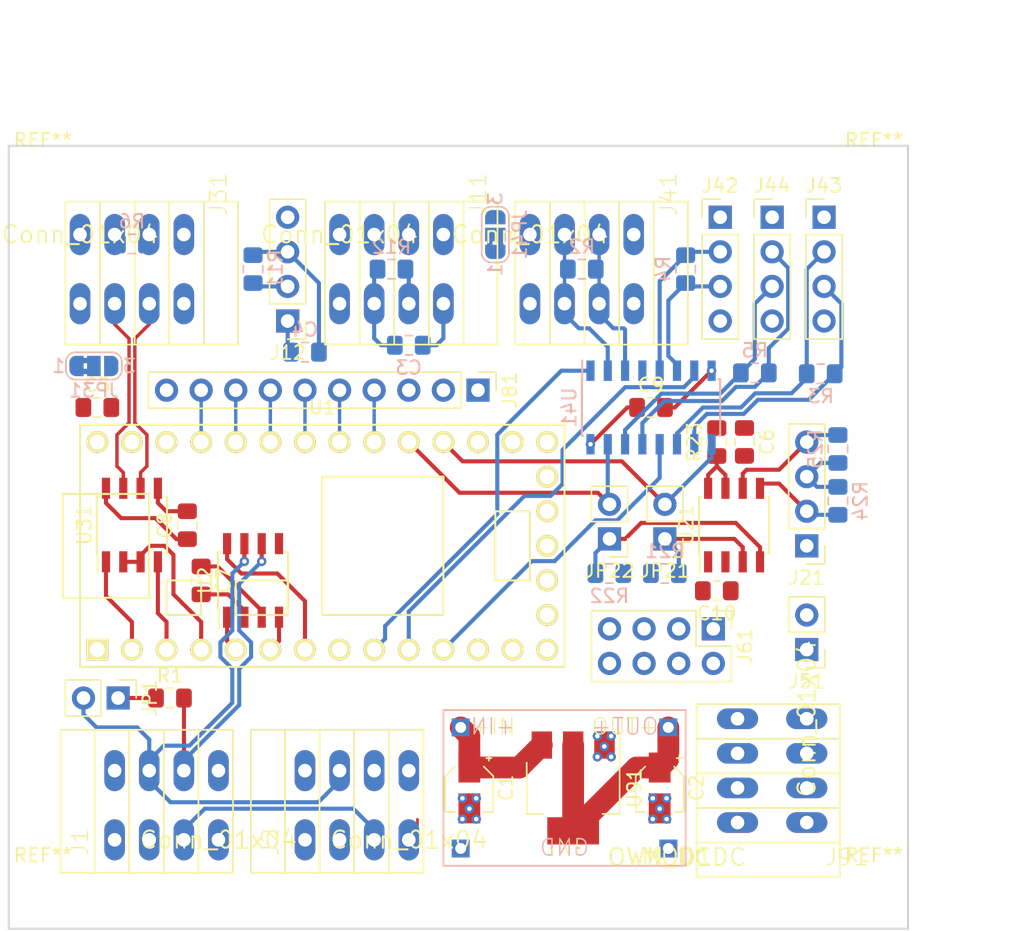
<source format=kicad_pcb>
(kicad_pcb (version 20171130) (host pcbnew 5.0.0)
  (layers (0 F.Cu signal) (1 In1.Cu signal hide) (2 In2.Cu signal) (31 B.Cu signal) (34 B.Paste user) (35 F.Paste user) (36 B.SilkS user) (37 F.SilkS user) (38 B.Mask user) (39 F.Mask user) (44 Edge.Cuts user))
  (net 0 "")
  (net 1 GND)
  (net 2 +12V)
  (net 3 +5V)
  (net 4 +3V3)
  (net 5 "Net-(J12-Pad2)")
  (net 6 "Net-(J31-Pad4)")
  (net 7 "Net-(J41-Pad4)")
  (net 8 "Net-(J51-Pad2)")
  (net 9 "Net-(J61-Pad4)")
  (net 10 "Net-(J61-Pad6)")
  (net 11 "Net-(J61-Pad7)")
  (net 12 "Net-(J61-Pad8)")
  (net 13 /6)
  (net 14 /10)
  (net 15 /16)
  (net 16 /17)
  (net 17 /20)
  (net 18 /21)
  (net 19 /22)
  (net 20 /23)
  (net 21 "Net-(JP1-Pad1)")
  (net 22 "Net-(JP21-Pad1)")
  (net 23 "Net-(R23-Pad1)")
  (net 24 "Net-(U1-Pad18)")
  (net 25 "Net-(U1-Pad15)")
  (net 26 "Net-(U1-Pad32)")
  (net 27 "Net-(U1-Pad7)")
  (net 28 "Net-(U1-Pad6)")
  (net 29 "Net-(U1-Pad5)")
  (net 30 "Net-(U2-Pad5)")
  (net 31 /CAN-)
  (net 32 /CAN+)
  (net 33 /OW14)
  (net 34 /SDA)
  (net 35 /SCL)
  (net 36 /D1+)
  (net 37 /D1-)
  (net 38 /D2+)
  (net 39 /D3+)
  (net 40 /D4+)
  (net 41 /SCL0_16)
  (net 42 /DI1_7)
  (net 43 /RX1)
  (net 44 /TX2)
  (net 45 /UA1+)
  (net 46 /UA1-)
  (net 47 /EN34_9)
  (net 48 /DI2_8)
  (net 49 /UA3EN_2)
  (net 50 /D4-)
  (net 51 /D2-)
  (net 52 /D3-)
  (net 53 "Net-(JP22-Pad1)")
  (module MountingHole:MountingHole_2.2mm_M2_DIN965 (layer F.Cu) (at 72.835 91.66)
    (fp_text reference REF** (at 0 -2.9) (layer F.SilkS))
    (fp_text value MountingHole_2.2mm_M2_DIN965)
    (pad 1 np_thru_hole circle (at 0 0) (size 2.2 2.2) (drill 2.2) (layers *.Cu *.Mask))
  )
  (module MountingHole:MountingHole_2.2mm_M2_DIN965 (layer F.Cu) (at 133.835 39.16)
    (fp_text reference REF** (at 0 -2.9) (layer F.SilkS))
    (fp_text value MountingHole_2.2mm_M2_DIN965)
    (pad 1 np_thru_hole circle (at 0 0) (size 2.2 2.2) (drill 2.2) (layers *.Cu *.Mask))
  )
  (module MountingHole:MountingHole_2.2mm_M2_DIN965 (layer F.Cu) (at 133.835 91.66)
    (fp_text reference REF** (at 0 -2.9) (layer F.SilkS))
    (fp_text value MountingHole_2.2mm_M2_DIN965)
    (pad 1 np_thru_hole circle (at 0 0) (size 2.2 2.2) (drill 2.2) (layers *.Cu *.Mask))
  )
  (module Connector_PinHeader_2.54mm:PinHeader_1x04_P2.54mm_Vertical (layer F.Cu) (at 90.805 49.53 180)
    (fp_text reference J12 (at 0 -2.33 180) (layer F.SilkS))
    (fp_text value Conn_01x04)
    (pad 1 thru_hole rect (at 0 0 180) (size 1.7 1.7) (drill 1) (layers *.Cu *.Mask) (net 1 GND))
    (pad 2 thru_hole oval (at 0 2.54 180) (size 1.7 1.7) (drill 1) (layers *.Cu *.Mask) (net 5 "Net-(J12-Pad2)"))
    (pad 3 thru_hole oval (at 0 5.08 180) (size 1.7 1.7) (drill 1) (layers *.Cu *.Mask) (net 3 +5V))
    (pad 4 thru_hole oval (at 0 7.62 180) (size 1.7 1.7) (drill 1) (layers *.Cu *.Mask) (net 2 +12V))
  )
  (module Connector_PinHeader_2.54mm:PinHeader_1x04_P2.54mm_Vertical (layer F.Cu) (at 122.555 41.91)
    (fp_text reference J42 (at 0 -2.33) (layer F.SilkS))
    (fp_text value Conn_01x04)
    (pad 4 thru_hole oval (at 0 7.62) (size 1.7 1.7) (drill 1) (layers *.Cu *.Mask) (net 3 +5V))
    (pad 3 thru_hole oval (at 0 5.08) (size 1.7 1.7) (drill 1) (layers *.Cu *.Mask) (net 38 /D2+))
    (pad 2 thru_hole oval (at 0 2.54) (size 1.7 1.7) (drill 1) (layers *.Cu *.Mask) (net 51 /D2-))
    (pad 1 thru_hole rect (at 0 0) (size 1.7 1.7) (drill 1) (layers *.Cu *.Mask) (net 1 GND))
  )
  (module Resistor_SMD:R_0805_2012Metric_Pad1.15x1.40mm_HandSolder (layer B.Cu) (at 129.93 53.4035)
    (fp_text reference R3 (at 0 1.65) (layer B.SilkS) (effects (justify mirror)))
    (fp_text value 120)
    (pad 1 smd roundrect (at -1.025 0) (size 1.15 1.4) (layers B.Cu B.Paste B.Mask) (roundrect_rratio 0.217391) (net 52 /D3-))
    (pad 2 smd roundrect (at 1.025 0) (size 1.15 1.4) (layers B.Cu B.Paste B.Mask) (roundrect_rratio 0.217391) (net 39 /D3+))
  )
  (module Resistor_SMD:R_0805_2012Metric_Pad1.15x1.40mm_HandSolder (layer B.Cu) (at 120.015 45.72 270)
    (fp_text reference R4 (at 0 1.65 270) (layer B.SilkS) (effects (justify mirror)))
    (fp_text value 120)
    (pad 2 smd roundrect (at 1.025 0 270) (size 1.15 1.4) (layers B.Cu B.Paste B.Mask) (roundrect_rratio 0.217391) (net 38 /D2+))
    (pad 1 smd roundrect (at -1.025 0 270) (size 1.15 1.4) (layers B.Cu B.Paste B.Mask) (roundrect_rratio 0.217391) (net 51 /D2-))
  )
  (module CANNode:OWN_KF141V-P4_simple (layer F.Cu) (at 85.725 87.63)
    (fp_text reference J1 (at -10.16 1.27 90) (layer F.SilkS) (effects (font (size 1.2065 1.2065) (thickness 0.1016)) (justify left)))
    (fp_text value Conn_01x04 (at 0 0) (layer F.SilkS) (effects (font (size 1.27 1.27))))
    (pad 1 thru_hole oval (at -7.62 0 90) (size 3.016 1.508) (drill 1) (layers *.Cu *.Mask) (net 1 GND))
    (pad 2 thru_hole oval (at -5.08 0 90) (size 3.016 1.508) (drill 1) (layers *.Cu *.Mask) (net 32 /CAN+))
    (pad 3 thru_hole oval (at -2.54 0 90) (size 3.016 1.508) (drill 1) (layers *.Cu *.Mask) (net 31 /CAN-))
    (pad 4 thru_hole oval (at 0 0 90) (size 3.016 1.508) (drill 1) (layers *.Cu *.Mask) (net 2 +12V))
    (pad 1 thru_hole oval (at -7.62 -5.08 90) (size 3.016 1.508) (drill 1) (layers *.Cu *.Mask) (net 1 GND))
    (pad 2 thru_hole oval (at -5.08 -5.08 90) (size 3.016 1.508) (drill 1) (layers *.Cu *.Mask) (net 32 /CAN+))
    (pad 3 thru_hole oval (at -2.54 -5.08 90) (size 3.016 1.508) (drill 1) (layers *.Cu *.Mask) (net 31 /CAN-))
    (pad 4 thru_hole oval (at 0 -5.08 90) (size 3.016 1.508) (drill 1) (layers *.Cu *.Mask) (net 2 +12V))
  )
  (module Capacitor_SMD:C_0805_2012Metric_Pad1.15x1.40mm_HandSolder (layer B.Cu) (at 99.695 51.308)
    (fp_text reference C3 (at 0 1.65) (layer B.SilkS) (effects (justify mirror)))
    (fp_text value C)
    (pad 1 smd roundrect (at -1.025 0) (size 1.15 1.4) (layers B.Cu B.Paste B.Mask) (roundrect_rratio 0.217391) (net 3 +5V))
    (pad 2 smd roundrect (at 1.025 0) (size 1.15 1.4) (layers B.Cu B.Paste B.Mask) (roundrect_rratio 0.217391) (net 1 GND))
  )
  (module Capacitor_SMD:C_0805_2012Metric_Pad1.15x1.40mm_HandSolder (layer B.Cu) (at 92.075 51.816 180)
    (fp_text reference C4 (at 0 1.65 180) (layer B.SilkS) (effects (justify mirror)))
    (fp_text value C)
    (pad 2 smd roundrect (at 1.025 0 180) (size 1.15 1.4) (layers B.Cu B.Paste B.Mask) (roundrect_rratio 0.217391) (net 1 GND))
    (pad 1 smd roundrect (at -1.025 0 180) (size 1.15 1.4) (layers B.Cu B.Paste B.Mask) (roundrect_rratio 0.217391) (net 3 +5V))
  )
  (module Capacitor_SMD:C_0805_2012Metric_Pad1.15x1.40mm_HandSolder (layer F.Cu) (at 76.835 55.88)
    (fp_text reference C5 (at 0 -1.65) (layer F.SilkS))
    (fp_text value C)
    (pad 1 smd roundrect (at -1.025 0) (size 1.15 1.4) (layers F.Cu F.Paste F.Mask) (roundrect_rratio 0.217391) (net 3 +5V))
    (pad 2 smd roundrect (at 1.025 0) (size 1.15 1.4) (layers F.Cu F.Paste F.Mask) (roundrect_rratio 0.217391) (net 1 GND))
  )
  (module Capacitor_SMD:C_0805_2012Metric_Pad1.15x1.40mm_HandSolder (layer F.Cu) (at 124.333 58.411 270)
    (fp_text reference C6 (at 0 -1.65 270) (layer F.SilkS))
    (fp_text value C)
    (pad 2 smd roundrect (at 1.025 0 270) (size 1.15 1.4) (layers F.Cu F.Paste F.Mask) (roundrect_rratio 0.217391) (net 1 GND))
    (pad 1 smd roundrect (at -1.025 0 270) (size 1.15 1.4) (layers F.Cu F.Paste F.Mask) (roundrect_rratio 0.217391) (net 3 +5V))
  )
  (module Capacitor_SMD:C_0805_2012Metric_Pad1.15x1.40mm_HandSolder (layer F.Cu) (at 84.455 68.58 270)
    (fp_text reference C7 (at 0 -1.65 270) (layer F.SilkS))
    (fp_text value C)
    (pad 1 smd roundrect (at -1.025 0 270) (size 1.15 1.4) (layers F.Cu F.Paste F.Mask) (roundrect_rratio 0.217391) (net 4 +3V3))
    (pad 2 smd roundrect (at 1.025 0 270) (size 1.15 1.4) (layers F.Cu F.Paste F.Mask) (roundrect_rratio 0.217391) (net 1 GND))
  )
  (module Capacitor_SMD:C_0805_2012Metric_Pad1.15x1.40mm_HandSolder (layer F.Cu) (at 83.439 64.525 90)
    (fp_text reference C8 (at 0 -1.65 90) (layer F.SilkS))
    (fp_text value C)
    (pad 2 smd roundrect (at 1.025 0 90) (size 1.15 1.4) (layers F.Cu F.Paste F.Mask) (roundrect_rratio 0.217391) (net 1 GND))
    (pad 1 smd roundrect (at -1.025 0 90) (size 1.15 1.4) (layers F.Cu F.Paste F.Mask) (roundrect_rratio 0.217391) (net 4 +3V3))
  )
  (module Capacitor_SMD:C_0805_2012Metric_Pad1.15x1.40mm_HandSolder (layer F.Cu) (at 117.475 55.88)
    (fp_text reference C9 (at 0 -1.65) (layer F.SilkS))
    (fp_text value C)
    (pad 1 smd roundrect (at -1.025 0) (size 1.15 1.4) (layers F.Cu F.Paste F.Mask) (roundrect_rratio 0.217391) (net 4 +3V3))
    (pad 2 smd roundrect (at 1.025 0) (size 1.15 1.4) (layers F.Cu F.Paste F.Mask) (roundrect_rratio 0.217391) (net 1 GND))
  )
  (module Capacitor_SMD:C_0805_2012Metric_Pad1.15x1.40mm_HandSolder (layer F.Cu) (at 122.301 69.342 180)
    (fp_text reference C10 (at 0 -1.65 180) (layer F.SilkS))
    (fp_text value C)
    (pad 1 smd roundrect (at -1.025 0 180) (size 1.15 1.4) (layers F.Cu F.Paste F.Mask) (roundrect_rratio 0.217391) (net 4 +3V3))
    (pad 2 smd roundrect (at 1.025 0 180) (size 1.15 1.4) (layers F.Cu F.Paste F.Mask) (roundrect_rratio 0.217391) (net 1 GND))
  )
  (module CANNode:OWN_KF141V-P4_simple (layer F.Cu) (at 99.695 87.63)
    (fp_text reference J2 (at -10.16 1.27 90) (layer F.SilkS) (effects (font (size 1.2065 1.2065) (thickness 0.1016)) (justify left)))
    (fp_text value Conn_01x04 (at 0 0) (layer F.SilkS) (effects (font (size 1.27 1.27))))
    (pad 1 thru_hole oval (at -7.62 0 90) (size 3.016 1.508) (drill 1) (layers *.Cu *.Mask) (net 1 GND))
    (pad 2 thru_hole oval (at -5.08 0 90) (size 3.016 1.508) (drill 1) (layers *.Cu *.Mask) (net 32 /CAN+))
    (pad 3 thru_hole oval (at -2.54 0 90) (size 3.016 1.508) (drill 1) (layers *.Cu *.Mask) (net 31 /CAN-))
    (pad 4 thru_hole oval (at 0 0 90) (size 3.016 1.508) (drill 1) (layers *.Cu *.Mask) (net 2 +12V))
    (pad 1 thru_hole oval (at -7.62 -5.08 90) (size 3.016 1.508) (drill 1) (layers *.Cu *.Mask) (net 1 GND))
    (pad 2 thru_hole oval (at -5.08 -5.08 90) (size 3.016 1.508) (drill 1) (layers *.Cu *.Mask) (net 32 /CAN+))
    (pad 3 thru_hole oval (at -2.54 -5.08 90) (size 3.016 1.508) (drill 1) (layers *.Cu *.Mask) (net 31 /CAN-))
    (pad 4 thru_hole oval (at 0 -5.08 90) (size 3.016 1.508) (drill 1) (layers *.Cu *.Mask) (net 2 +12V))
  )
  (module CANNode:OWN_KF141V-P4_simple (layer F.Cu) (at 94.615 43.18 180)
    (fp_text reference J11 (at -10.16 1.27 270) (layer F.SilkS) (effects (font (size 1.2065 1.2065) (thickness 0.1016)) (justify left)))
    (fp_text value Conn_01x04 (at 0 0 180) (layer F.SilkS) (effects (font (size 1.27 1.27))))
    (pad 1 thru_hole oval (at -7.62 0 270) (size 3.016 1.508) (drill 1) (layers *.Cu *.Mask) (net 1 GND))
    (pad 2 thru_hole oval (at -5.08 0 270) (size 3.016 1.508) (drill 1) (layers *.Cu *.Mask) (net 33 /OW14))
    (pad 3 thru_hole oval (at -2.54 0 270) (size 3.016 1.508) (drill 1) (layers *.Cu *.Mask) (net 3 +5V))
    (pad 4 thru_hole oval (at 0 0 270) (size 3.016 1.508) (drill 1) (layers *.Cu *.Mask) (net 2 +12V))
    (pad 1 thru_hole oval (at -7.62 -5.08 270) (size 3.016 1.508) (drill 1) (layers *.Cu *.Mask) (net 1 GND))
    (pad 2 thru_hole oval (at -5.08 -5.08 270) (size 3.016 1.508) (drill 1) (layers *.Cu *.Mask) (net 33 /OW14))
    (pad 3 thru_hole oval (at -2.54 -5.08 270) (size 3.016 1.508) (drill 1) (layers *.Cu *.Mask) (net 3 +5V))
    (pad 4 thru_hole oval (at 0 -5.08 270) (size 3.016 1.508) (drill 1) (layers *.Cu *.Mask) (net 2 +12V))
  )
  (module CANNode:OWN_KF141V-P4_simple (layer F.Cu) (at 75.565 43.18 180)
    (fp_text reference J31 (at -10.16 1.27 270) (layer F.SilkS) (effects (font (size 1.2065 1.2065) (thickness 0.1016)) (justify left)))
    (fp_text value Conn_01x04 (at 0 0 180) (layer F.SilkS) (effects (font (size 1.27 1.27))))
    (pad 1 thru_hole oval (at -7.62 0 270) (size 3.016 1.508) (drill 1) (layers *.Cu *.Mask) (net 1 GND))
    (pad 2 thru_hole oval (at -5.08 0 270) (size 3.016 1.508) (drill 1) (layers *.Cu *.Mask) (net 45 /UA1+))
    (pad 3 thru_hole oval (at -2.54 0 270) (size 3.016 1.508) (drill 1) (layers *.Cu *.Mask) (net 46 /UA1-))
    (pad 4 thru_hole oval (at 0 0 270) (size 3.016 1.508) (drill 1) (layers *.Cu *.Mask) (net 6 "Net-(J31-Pad4)"))
    (pad 1 thru_hole oval (at -7.62 -5.08 270) (size 3.016 1.508) (drill 1) (layers *.Cu *.Mask) (net 1 GND))
    (pad 2 thru_hole oval (at -5.08 -5.08 270) (size 3.016 1.508) (drill 1) (layers *.Cu *.Mask) (net 45 /UA1+))
    (pad 3 thru_hole oval (at -2.54 -5.08 270) (size 3.016 1.508) (drill 1) (layers *.Cu *.Mask) (net 46 /UA1-))
    (pad 4 thru_hole oval (at 0 -5.08 270) (size 3.016 1.508) (drill 1) (layers *.Cu *.Mask) (net 6 "Net-(J31-Pad4)"))
  )
  (module CANNode:OWN_KF141V-P4_simple (layer F.Cu) (at 108.585 43.18 180)
    (fp_text reference J41 (at -10.16 1.27 270) (layer F.SilkS) (effects (font (size 1.2065 1.2065) (thickness 0.1016)) (justify left)))
    (fp_text value Conn_01x04 (at 0 0 180) (layer F.SilkS) (effects (font (size 1.27 1.27))))
    (pad 4 thru_hole oval (at 0 -5.08 270) (size 3.016 1.508) (drill 1) (layers *.Cu *.Mask) (net 7 "Net-(J41-Pad4)"))
    (pad 3 thru_hole oval (at -2.54 -5.08 270) (size 3.016 1.508) (drill 1) (layers *.Cu *.Mask) (net 36 /D1+))
    (pad 2 thru_hole oval (at -5.08 -5.08 270) (size 3.016 1.508) (drill 1) (layers *.Cu *.Mask) (net 37 /D1-))
    (pad 1 thru_hole oval (at -7.62 -5.08 270) (size 3.016 1.508) (drill 1) (layers *.Cu *.Mask) (net 1 GND))
    (pad 4 thru_hole oval (at 0 0 270) (size 3.016 1.508) (drill 1) (layers *.Cu *.Mask) (net 7 "Net-(J41-Pad4)"))
    (pad 3 thru_hole oval (at -2.54 0 270) (size 3.016 1.508) (drill 1) (layers *.Cu *.Mask) (net 36 /D1+))
    (pad 2 thru_hole oval (at -5.08 0 270) (size 3.016 1.508) (drill 1) (layers *.Cu *.Mask) (net 37 /D1-))
    (pad 1 thru_hole oval (at -7.62 0 270) (size 3.016 1.508) (drill 1) (layers *.Cu *.Mask) (net 1 GND))
  )
  (module Connector_PinHeader_2.54mm:PinHeader_1x02_P2.54mm_Vertical (layer F.Cu) (at 128.905 73.66 180)
    (fp_text reference J51 (at 0 -2.33 180) (layer F.SilkS))
    (fp_text value Conn_01x02)
    (pad 2 thru_hole oval (at 0 2.54 180) (size 1.7 1.7) (drill 1) (layers *.Cu *.Mask) (net 8 "Net-(J51-Pad2)"))
    (pad 1 thru_hole rect (at 0 0 180) (size 1.7 1.7) (drill 1) (layers *.Cu *.Mask) (net 1 GND))
  )
  (module Connector_PinHeader_2.54mm:PinHeader_1x10_P2.54mm_Vertical (layer F.Cu) (at 104.775 54.61 270)
    (fp_text reference J81 (at 0 -2.33 270) (layer F.SilkS))
    (fp_text value Conn_01x10)
    (pad 1 thru_hole rect (at 0 0 270) (size 1.7 1.7) (drill 1) (layers *.Cu *.Mask) (net 1 GND))
    (pad 2 thru_hole oval (at 0 2.54 270) (size 1.7 1.7) (drill 1) (layers *.Cu *.Mask) (net 14 /10))
    (pad 3 thru_hole oval (at 0 5.08 270) (size 1.7 1.7) (drill 1) (layers *.Cu *.Mask) (net 13 /6))
    (pad 4 thru_hole oval (at 0 7.62 270) (size 1.7 1.7) (drill 1) (layers *.Cu *.Mask) (net 15 /16))
    (pad 5 thru_hole oval (at 0 10.16 270) (size 1.7 1.7) (drill 1) (layers *.Cu *.Mask) (net 16 /17))
    (pad 6 thru_hole oval (at 0 12.7 270) (size 1.7 1.7) (drill 1) (layers *.Cu *.Mask) (net 17 /20))
    (pad 7 thru_hole oval (at 0 15.24 270) (size 1.7 1.7) (drill 1) (layers *.Cu *.Mask) (net 18 /21))
    (pad 8 thru_hole oval (at 0 17.78 270) (size 1.7 1.7) (drill 1) (layers *.Cu *.Mask) (net 19 /22))
    (pad 9 thru_hole oval (at 0 20.32 270) (size 1.7 1.7) (drill 1) (layers *.Cu *.Mask) (net 20 /23))
    (pad 10 thru_hole oval (at 0 22.86 270) (size 1.7 1.7) (drill 1) (layers *.Cu *.Mask) (net 3 +5V))
  )
  (module Connector_PinHeader_2.54mm:PinHeader_1x02_P2.54mm_Vertical (layer F.Cu) (at 78.359 77.216 270)
    (fp_text reference JP1 (at 0 -2.33 270) (layer F.SilkS))
    (fp_text value Jumper_NC_Small)
    (pad 1 thru_hole rect (at 0 0 270) (size 1.7 1.7) (drill 1) (layers *.Cu *.Mask) (net 21 "Net-(JP1-Pad1)"))
    (pad 2 thru_hole oval (at 0 2.54 270) (size 1.7 1.7) (drill 1) (layers *.Cu *.Mask) (net 32 /CAN+))
  )
  (module Connector_PinHeader_2.54mm:PinHeader_1x02_P2.54mm_Vertical (layer F.Cu) (at 118.491 65.532 180)
    (fp_text reference JP21 (at 0 -2.33 180) (layer F.SilkS))
    (fp_text value Jumper_NC_Small)
    (pad 1 thru_hole rect (at 0 0 180) (size 1.7 1.7) (drill 1) (layers *.Cu *.Mask) (net 22 "Net-(JP21-Pad1)"))
    (pad 2 thru_hole oval (at 0 2.54 180) (size 1.7 1.7) (drill 1) (layers *.Cu *.Mask) (net 41 /SCL0_16))
  )
  (module Connector_PinHeader_2.54mm:PinHeader_1x02_P2.54mm_Vertical (layer F.Cu) (at 114.427 65.532 180)
    (fp_text reference JP22 (at 0 -2.33 180) (layer F.SilkS))
    (fp_text value Jumper_NC_Small)
    (pad 2 thru_hole oval (at 0 2.54 180) (size 1.7 1.7) (drill 1) (layers *.Cu *.Mask) (net 11 "Net-(J61-Pad7)"))
    (pad 1 thru_hole rect (at 0 0 180) (size 1.7 1.7) (drill 1) (layers *.Cu *.Mask) (net 53 "Net-(JP22-Pad1)"))
  )
  (module Jumper:SolderJumper-3_P1.3mm_Bridged2Bar12_RoundedPad1.0x1.5mm_NumberLabels (layer B.Cu) (at 76.581 52.832)
    (fp_text reference JP31 (at 0 1.8) (layer B.SilkS) (effects (justify mirror)))
    (fp_text value Jumper_3_Bridged12)
    (fp_text user 1 (at -2.6 0) (layer B.SilkS) (effects (justify mirror)))
    (fp_text user 3 (at 2.6 0) (layer B.SilkS) (effects (justify mirror)))
    (pad 2 smd rect (at 0 0) (size 1 1.5) (layers B.Cu B.Mask) (net 6 "Net-(J31-Pad4)"))
    (pad 3 smd custom (at 1.3 0) (size 1 0.5) (layers B.Cu B.Mask) (net 3 +5V) (options (clearance outline) (anchor rect)) (primitives (gr_circle (center 0 -0.25) (end 0.5 -0.25) (width 0)) (gr_circle (center 0 0.25) (end 0.5 0.25) (width 0)) (gr_poly (pts (xy -0.55 0.75) (xy 0 0.75) (xy 0 -0.75) (xy -0.55 -0.75)) (width 0))))
    (pad 1 smd custom (at -1.3 0) (size 1 0.5) (layers B.Cu B.Mask) (net 2 +12V) (options (clearance outline) (anchor rect)) (primitives (gr_circle (center 0 -0.25) (end 0.5 -0.25) (width 0)) (gr_circle (center 0 0.25) (end 0.5 0.25) (width 0)) (gr_poly (pts (xy 0.55 0.75) (xy 0 0.75) (xy 0 -0.75) (xy 0.55 -0.75)) (width 0)) (gr_poly (pts (xy 0.4 0.6) (xy 0.9 0.6) (xy 0.9 0.2) (xy 0.4 0.2)) (width 0)) (gr_poly (pts (xy 0.4 -0.2) (xy 0.9 -0.2) (xy 0.9 -0.6) (xy 0.4 -0.6)) (width 0))))
  )
  (module Jumper:SolderJumper-3_P1.3mm_Bridged2Bar12_RoundedPad1.0x1.5mm_NumberLabels (layer B.Cu) (at 106.045 43.18 90)
    (fp_text reference JP41 (at 0 1.8 90) (layer B.SilkS) (effects (justify mirror)))
    (fp_text value Jumper_3_Bridged12)
    (fp_text user 3 (at 2.6 0 90) (layer B.SilkS) (effects (justify mirror)))
    (fp_text user 1 (at -2.6 0 90) (layer B.SilkS) (effects (justify mirror)))
    (pad 1 smd custom (at -1.3 0 90) (size 1 0.5) (layers B.Cu B.Mask) (net 2 +12V) (options (clearance outline) (anchor rect)) (primitives (gr_circle (center 0 -0.25) (end 0.5 -0.25) (width 0)) (gr_circle (center 0 0.25) (end 0.5 0.25) (width 0)) (gr_poly (pts (xy 0.55 0.75) (xy 0 0.75) (xy 0 -0.75) (xy 0.55 -0.75)) (width 0)) (gr_poly (pts (xy 0.4 0.6) (xy 0.9 0.6) (xy 0.9 0.2) (xy 0.4 0.2)) (width 0)) (gr_poly (pts (xy 0.4 -0.2) (xy 0.9 -0.2) (xy 0.9 -0.6) (xy 0.4 -0.6)) (width 0))))
    (pad 3 smd custom (at 1.3 0 90) (size 1 0.5) (layers B.Cu B.Mask) (net 3 +5V) (options (clearance outline) (anchor rect)) (primitives (gr_circle (center 0 -0.25) (end 0.5 -0.25) (width 0)) (gr_circle (center 0 0.25) (end 0.5 0.25) (width 0)) (gr_poly (pts (xy -0.55 0.75) (xy 0 0.75) (xy 0 -0.75) (xy -0.55 -0.75)) (width 0))))
    (pad 2 smd rect (at 0 0 90) (size 1 1.5) (layers B.Cu B.Mask) (net 7 "Net-(J41-Pad4)"))
  )
  (module CANNode:OWN_DC-DC (layer F.Cu) (at 119.38 88.9)
    (fp_text reference MOD1 (at 0 0) (layer F.SilkS) (effects (font (size 1.27 1.27))))
    (fp_text value OWN_DCDC (at 0 0) (layer F.SilkS) (effects (font (size 1.27 1.27))))
    (fp_text user +IN (at -15.24 -8.89) (layer F.SilkS) (effects (font (size 1.2065 1.2065) (thickness 0.1016)) (justify left bottom)))
    (fp_text user OUT+ (at -1.27 -8.89) (layer F.SilkS) (effects (font (size 1.2065 1.2065) (thickness 0.1016)) (justify right bottom)))
    (fp_text user GND (at -8.255 0) (layer F.SilkS) (effects (font (size 1.2065 1.2065) (thickness 0.1016)) (justify bottom)))
    (fp_text user +IN (at -15.24 -8.89) (layer B.SilkS) (effects (font (size 1.2065 1.2065) (thickness 0.1016)) (justify right bottom mirror)))
    (fp_text user OUT+ (at -1.27 -8.89) (layer B.SilkS) (effects (font (size 1.2065 1.2065) (thickness 0.1016)) (justify left bottom mirror)))
    (fp_text user GND (at -8.255 0) (layer B.SilkS) (effects (font (size 1.2065 1.2065) (thickness 0.1016)) (justify bottom mirror)))
    (pad IN+ thru_hole rect (at -15.875 -9.525) (size 1.308 1.308) (drill 0.8) (layers *.Cu *.Mask) (net 2 +12V))
    (pad IN- thru_hole rect (at -15.875 -0.635) (size 1.308 1.308) (drill 0.8) (layers *.Cu *.Mask) (net 1 GND))
    (pad OUT+ thru_hole rect (at -0.635 -9.525) (size 1.308 1.308) (drill 0.8) (layers *.Cu *.Mask) (net 3 +5V))
    (pad OUT- thru_hole rect (at -0.635 -0.635) (size 1.308 1.308) (drill 0.8) (layers *.Cu *.Mask) (net 1 GND))
  )
  (module Resistor_SMD:R_0805_2012Metric_Pad1.15x1.40mm_HandSolder (layer F.Cu) (at 82.169 77.216)
    (fp_text reference R1 (at 0 -1.65) (layer F.SilkS))
    (fp_text value 120)
    (pad 2 smd roundrect (at 1.025 0) (size 1.15 1.4) (layers F.Cu F.Paste F.Mask) (roundrect_rratio 0.217391) (net 31 /CAN-))
    (pad 1 smd roundrect (at -1.025 0) (size 1.15 1.4) (layers F.Cu F.Paste F.Mask) (roundrect_rratio 0.217391) (net 21 "Net-(JP1-Pad1)"))
  )
  (module Resistor_SMD:R_0805_2012Metric_Pad1.15x1.40mm_HandSolder (layer B.Cu) (at 112.395 45.72 180)
    (fp_text reference R2 (at 0 1.65 180) (layer B.SilkS) (effects (justify mirror)))
    (fp_text value 120)
    (pad 2 smd roundrect (at 1.025 0 180) (size 1.15 1.4) (layers B.Cu B.Paste B.Mask) (roundrect_rratio 0.217391) (net 36 /D1+))
    (pad 1 smd roundrect (at -1.025 0 180) (size 1.15 1.4) (layers B.Cu B.Paste B.Mask) (roundrect_rratio 0.217391) (net 37 /D1-))
  )
  (module Resistor_SMD:R_0805_2012Metric_Pad1.15x1.40mm_HandSolder (layer B.Cu) (at 125.095 53.34 180)
    (fp_text reference R5 (at 0 1.65 180) (layer B.SilkS) (effects (justify mirror)))
    (fp_text value 120)
    (pad 1 smd roundrect (at -1.025 0 180) (size 1.15 1.4) (layers B.Cu B.Paste B.Mask) (roundrect_rratio 0.217391) (net 50 /D4-))
    (pad 2 smd roundrect (at 1.025 0 180) (size 1.15 1.4) (layers B.Cu B.Paste B.Mask) (roundrect_rratio 0.217391) (net 40 /D4+))
  )
  (module Resistor_SMD:R_0805_2012Metric_Pad1.15x1.40mm_HandSolder (layer B.Cu) (at 79.375 43.8658 180)
    (fp_text reference R6 (at 0 1.65 180) (layer B.SilkS) (effects (justify mirror)))
    (fp_text value 120)
    (pad 2 smd roundrect (at 1.025 0 180) (size 1.15 1.4) (layers B.Cu B.Paste B.Mask) (roundrect_rratio 0.217391) (net 46 /UA1-))
    (pad 1 smd roundrect (at -1.025 0 180) (size 1.15 1.4) (layers B.Cu B.Paste B.Mask) (roundrect_rratio 0.217391) (net 45 /UA1+))
  )
  (module Resistor_SMD:R_0805_2012Metric_Pad1.15x1.40mm_HandSolder (layer B.Cu) (at 88.265 45.72 90)
    (fp_text reference R11 (at 0 1.65 90) (layer B.SilkS) (effects (justify mirror)))
    (fp_text value 4.7k)
    (pad 2 smd roundrect (at 1.025 0 90) (size 1.15 1.4) (layers B.Cu B.Paste B.Mask) (roundrect_rratio 0.217391) (net 3 +5V))
    (pad 1 smd roundrect (at -1.025 0 90) (size 1.15 1.4) (layers B.Cu B.Paste B.Mask) (roundrect_rratio 0.217391) (net 5 "Net-(J12-Pad2)"))
  )
  (module Resistor_SMD:R_0805_2012Metric_Pad1.15x1.40mm_HandSolder (layer B.Cu) (at 98.425 45.72 180)
    (fp_text reference R12 (at 0 1.65 180) (layer B.SilkS) (effects (justify mirror)))
    (fp_text value 4.7k)
    (pad 1 smd roundrect (at -1.025 0 180) (size 1.15 1.4) (layers B.Cu B.Paste B.Mask) (roundrect_rratio 0.217391) (net 33 /OW14))
    (pad 2 smd roundrect (at 1.025 0 180) (size 1.15 1.4) (layers B.Cu B.Paste B.Mask) (roundrect_rratio 0.217391) (net 3 +5V))
  )
  (module Resistor_SMD:R_0805_2012Metric_Pad1.15x1.40mm_HandSolder (layer B.Cu) (at 118.491 68.072 180)
    (fp_text reference R21 (at 0 1.65 180) (layer B.SilkS) (effects (justify mirror)))
    (fp_text value 4.7k)
    (pad 2 smd roundrect (at 1.025 0 180) (size 1.15 1.4) (layers B.Cu B.Paste B.Mask) (roundrect_rratio 0.217391) (net 4 +3V3))
    (pad 1 smd roundrect (at -1.025 0 180) (size 1.15 1.4) (layers B.Cu B.Paste B.Mask) (roundrect_rratio 0.217391) (net 22 "Net-(JP21-Pad1)"))
  )
  (module Resistor_SMD:R_0805_2012Metric_Pad1.15x1.40mm_HandSolder (layer B.Cu) (at 114.418 68.072)
    (fp_text reference R22 (at 0 1.65) (layer B.SilkS) (effects (justify mirror)))
    (fp_text value 4.7k)
    (pad 1 smd roundrect (at -1.025 0) (size 1.15 1.4) (layers B.Cu B.Paste B.Mask) (roundrect_rratio 0.217391) (net 53 "Net-(JP22-Pad1)"))
    (pad 2 smd roundrect (at 1.025 0) (size 1.15 1.4) (layers B.Cu B.Paste B.Mask) (roundrect_rratio 0.217391) (net 4 +3V3))
  )
  (module Resistor_SMD:R_0805_2012Metric_Pad1.15x1.40mm_HandSolder (layer F.Cu) (at 122.301 58.42 90)
    (fp_text reference R23 (at 0 -1.65 90) (layer F.SilkS))
    (fp_text value 200k)
    (pad 1 smd roundrect (at -1.025 0 90) (size 1.15 1.4) (layers F.Cu F.Paste F.Mask) (roundrect_rratio 0.217391) (net 23 "Net-(R23-Pad1)"))
    (pad 2 smd roundrect (at 1.025 0 90) (size 1.15 1.4) (layers F.Cu F.Paste F.Mask) (roundrect_rratio 0.217391) (net 3 +5V))
  )
  (module Resistor_SMD:R_0805_2012Metric_Pad1.15x1.40mm_HandSolder (layer B.Cu) (at 131.191 62.738 90)
    (fp_text reference R24 (at 0 1.65 90) (layer B.SilkS) (effects (justify mirror)))
    (fp_text value 4.7k)
    (pad 1 smd roundrect (at -1.025 0 90) (size 1.15 1.4) (layers B.Cu B.Paste B.Mask) (roundrect_rratio 0.217391) (net 34 /SDA))
    (pad 2 smd roundrect (at 1.025 0 90) (size 1.15 1.4) (layers B.Cu B.Paste B.Mask) (roundrect_rratio 0.217391) (net 3 +5V))
  )
  (module Resistor_SMD:R_0805_2012Metric_Pad1.15x1.40mm_HandSolder (layer B.Cu) (at 131.191 58.928 270)
    (fp_text reference R25 (at 0 1.65 270) (layer B.SilkS) (effects (justify mirror)))
    (fp_text value 4.7k)
    (pad 2 smd roundrect (at 1.025 0 270) (size 1.15 1.4) (layers B.Cu B.Paste B.Mask) (roundrect_rratio 0.217391) (net 3 +5V))
    (pad 1 smd roundrect (at -1.025 0 270) (size 1.15 1.4) (layers B.Cu B.Paste B.Mask) (roundrect_rratio 0.217391) (net 35 /SCL))
  )
  (module teensy:Teensy3_min (layer F.Cu) (at 93.345 66.04)
    (fp_text reference U1 (at 0 -10.16) (layer F.SilkS))
    (fp_text value Teensy3.2)
    (pad 17 thru_hole circle (at 16.51 0) (size 1.6 1.6) (drill 1.1) (layers *.Cu *.Mask F.SilkS) (net 1 GND))
    (pad 18 thru_hole circle (at 16.51 -2.54) (size 1.6 1.6) (drill 1.1) (layers *.Cu *.Mask F.SilkS) (net 24 "Net-(U1-Pad18)"))
    (pad 19 thru_hole circle (at 16.51 -5.08) (size 1.6 1.6) (drill 1.1) (layers *.Cu *.Mask F.SilkS) (net 8 "Net-(J51-Pad2)"))
    (pad 20 thru_hole circle (at 16.51 -7.62) (size 1.6 1.6) (drill 1.1) (layers *.Cu *.Mask F.SilkS) (net 12 "Net-(J61-Pad8)"))
    (pad 16 thru_hole circle (at 16.51 2.54) (size 1.6 1.6) (drill 1.1) (layers *.Cu *.Mask F.SilkS) (net 4 +3V3))
    (pad 15 thru_hole circle (at 16.51 5.08) (size 1.6 1.6) (drill 1.1) (layers *.Cu *.Mask F.SilkS) (net 25 "Net-(U1-Pad15)"))
    (pad 14 thru_hole circle (at 16.51 7.62) (size 1.6 1.6) (drill 1.1) (layers *.Cu *.Mask F.SilkS) (net 10 "Net-(J61-Pad6)"))
    (pad 21 thru_hole circle (at 13.97 -7.62) (size 1.6 1.6) (drill 1.1) (layers *.Cu *.Mask F.SilkS) (net 33 /OW14))
    (pad 22 thru_hole circle (at 11.43 -7.62) (size 1.6 1.6) (drill 1.1) (layers *.Cu *.Mask F.SilkS) (net 5 "Net-(J12-Pad2)"))
    (pad 23 thru_hole circle (at 8.89 -7.62) (size 1.6 1.6) (drill 1.1) (layers *.Cu *.Mask F.SilkS) (net 41 /SCL0_16))
    (pad 24 thru_hole circle (at 6.35 -7.62) (size 1.6 1.6) (drill 1.1) (layers *.Cu *.Mask F.SilkS) (net 11 "Net-(J61-Pad7)"))
    (pad 25 thru_hole circle (at 3.81 -7.62) (size 1.6 1.6) (drill 1.1) (layers *.Cu *.Mask F.SilkS) (net 15 /16))
    (pad 26 thru_hole circle (at 1.27 -7.62) (size 1.6 1.6) (drill 1.1) (layers *.Cu *.Mask F.SilkS) (net 16 /17))
    (pad 27 thru_hole circle (at -1.27 -7.62) (size 1.6 1.6) (drill 1.1) (layers *.Cu *.Mask F.SilkS) (net 17 /20))
    (pad 28 thru_hole circle (at -3.81 -7.62) (size 1.6 1.6) (drill 1.1) (layers *.Cu *.Mask F.SilkS) (net 18 /21))
    (pad 29 thru_hole circle (at -6.35 -7.62) (size 1.6 1.6) (drill 1.1) (layers *.Cu *.Mask F.SilkS) (net 19 /22))
    (pad 30 thru_hole circle (at -8.89 -7.62) (size 1.6 1.6) (drill 1.1) (layers *.Cu *.Mask F.SilkS) (net 20 /23))
    (pad 31 thru_hole circle (at -11.43 -7.62) (size 1.6 1.6) (drill 1.1) (layers *.Cu *.Mask F.SilkS) (net 4 +3V3))
    (pad 32 thru_hole circle (at -13.97 -7.62) (size 1.6 1.6) (drill 1.1) (layers *.Cu *.Mask F.SilkS) (net 26 "Net-(U1-Pad32)"))
    (pad 33 thru_hole circle (at -16.51 -7.62) (size 1.6 1.6) (drill 1.1) (layers *.Cu *.Mask F.SilkS) (net 3 +5V))
    (pad 13 thru_hole circle (at 13.97 7.62) (size 1.6 1.6) (drill 1.1) (layers *.Cu *.Mask F.SilkS) (net 9 "Net-(J61-Pad4)"))
    (pad 12 thru_hole circle (at 11.43 7.62) (size 1.6 1.6) (drill 1.1) (layers *.Cu *.Mask F.SilkS) (net 14 /10))
    (pad 11 thru_hole circle (at 8.89 7.62) (size 1.6 1.6) (drill 1.1) (layers *.Cu *.Mask F.SilkS) (net 47 /EN34_9))
    (pad 10 thru_hole circle (at 6.35 7.62) (size 1.6 1.6) (drill 1.1) (layers *.Cu *.Mask F.SilkS) (net 48 /DI2_8))
    (pad 9 thru_hole circle (at 3.81 7.62) (size 1.6 1.6) (drill 1.1) (layers *.Cu *.Mask F.SilkS) (net 42 /DI1_7))
    (pad 8 thru_hole circle (at 1.27 7.62) (size 1.6 1.6) (drill 1.1) (layers *.Cu *.Mask F.SilkS) (net 13 /6))
    (pad 7 thru_hole circle (at -1.27 7.62) (size 1.6 1.6) (drill 1.1) (layers *.Cu *.Mask F.SilkS) (net 27 "Net-(U1-Pad7)"))
    (pad 6 thru_hole circle (at -3.81 7.62) (size 1.6 1.6) (drill 1.1) (layers *.Cu *.Mask F.SilkS) (net 28 "Net-(U1-Pad6)"))
    (pad 5 thru_hole circle (at -6.35 7.62) (size 1.6 1.6) (drill 1.1) (layers *.Cu *.Mask F.SilkS) (net 29 "Net-(U1-Pad5)"))
    (pad 4 thru_hole circle (at -8.89 7.62) (size 1.6 1.6) (drill 1.1) (layers *.Cu *.Mask F.SilkS) (net 49 /UA3EN_2))
    (pad 3 thru_hole circle (at -11.43 7.62) (size 1.6 1.6) (drill 1.1) (layers *.Cu *.Mask F.SilkS) (net 44 /TX2))
    (pad 2 thru_hole circle (at -13.97 7.62) (size 1.6 1.6) (drill 1.1) (layers *.Cu *.Mask F.SilkS) (net 43 /RX1))
    (pad 1 thru_hole rect (at -16.51 7.62) (size 1.6 1.6) (drill 1.1) (layers *.Cu *.Mask F.SilkS) (net 1 GND))
  )
  (module Package_SO:SOIC-8_3.9x4.9mm_P1.27mm (layer F.Cu) (at 88.265 68.58 90)
    (fp_text reference U2 (at 0 -3.5 90) (layer F.SilkS))
    (fp_text value SN65HVD230)
    (pad 1 smd rect (at -2.7 -1.905 90) (size 1.55 0.6) (layers F.Cu F.Paste F.Mask) (net 29 "Net-(U1-Pad5)"))
    (pad 2 smd rect (at -2.7 -0.635 90) (size 1.55 0.6) (layers F.Cu F.Paste F.Mask) (net 1 GND))
    (pad 3 smd rect (at -2.7 0.635 90) (size 1.55 0.6) (layers F.Cu F.Paste F.Mask) (net 4 +3V3))
    (pad 4 smd rect (at -2.7 1.905 90) (size 1.55 0.6) (layers F.Cu F.Paste F.Mask) (net 28 "Net-(U1-Pad6)"))
    (pad 5 smd rect (at 2.7 1.905 90) (size 1.55 0.6) (layers F.Cu F.Paste F.Mask) (net 30 "Net-(U2-Pad5)"))
    (pad 6 smd rect (at 2.7 0.635 90) (size 1.55 0.6) (layers F.Cu F.Paste F.Mask) (net 31 /CAN-))
    (pad 7 smd rect (at 2.7 -0.635 90) (size 1.55 0.6) (layers F.Cu F.Paste F.Mask) (net 32 /CAN+))
    (pad 8 smd rect (at 2.7 -1.905 90) (size 1.55 0.6) (layers F.Cu F.Paste F.Mask) (net 27 "Net-(U1-Pad7)"))
  )
  (module Package_SO:SOIC-8_3.9x4.9mm_P1.27mm (layer F.Cu) (at 123.571 64.516 90)
    (fp_text reference U21 (at 0 -3.5 90) (layer F.SilkS))
    (fp_text value PCA9306)
    (pad 8 smd rect (at 2.7 -1.905 90) (size 1.55 0.6) (layers F.Cu F.Paste F.Mask) (net 23 "Net-(R23-Pad1)"))
    (pad 7 smd rect (at 2.7 -0.635 90) (size 1.55 0.6) (layers F.Cu F.Paste F.Mask) (net 23 "Net-(R23-Pad1)"))
    (pad 6 smd rect (at 2.7 0.635 90) (size 1.55 0.6) (layers F.Cu F.Paste F.Mask) (net 35 /SCL))
    (pad 5 smd rect (at 2.7 1.905 90) (size 1.55 0.6) (layers F.Cu F.Paste F.Mask) (net 34 /SDA))
    (pad 4 smd rect (at -2.7 1.905 90) (size 1.55 0.6) (layers F.Cu F.Paste F.Mask) (net 53 "Net-(JP22-Pad1)"))
    (pad 3 smd rect (at -2.7 0.635 90) (size 1.55 0.6) (layers F.Cu F.Paste F.Mask) (net 22 "Net-(JP21-Pad1)"))
    (pad 2 smd rect (at -2.7 -0.635 90) (size 1.55 0.6) (layers F.Cu F.Paste F.Mask) (net 4 +3V3))
    (pad 1 smd rect (at -2.7 -1.905 90) (size 1.55 0.6) (layers F.Cu F.Paste F.Mask) (net 1 GND))
  )
  (module Package_SO:SOIC-8_3.9x4.9mm_P1.27mm (layer F.Cu) (at 79.375 64.516 90)
    (fp_text reference U31 (at 0 -3.5 90) (layer F.SilkS))
    (fp_text value MAX3485)
    (pad 1 smd rect (at -2.7 -1.905 90) (size 1.55 0.6) (layers F.Cu F.Paste F.Mask) (net 43 /RX1))
    (pad 2 smd rect (at -2.7 -0.635 90) (size 1.55 0.6) (layers F.Cu F.Paste F.Mask) (net 49 /UA3EN_2))
    (pad 3 smd rect (at -2.7 0.635 90) (size 1.55 0.6) (layers F.Cu F.Paste F.Mask) (net 49 /UA3EN_2))
    (pad 4 smd rect (at -2.7 1.905 90) (size 1.55 0.6) (layers F.Cu F.Paste F.Mask) (net 44 /TX2))
    (pad 5 smd rect (at 2.7 1.905 90) (size 1.55 0.6) (layers F.Cu F.Paste F.Mask) (net 1 GND))
    (pad 6 smd rect (at 2.7 0.635 90) (size 1.55 0.6) (layers F.Cu F.Paste F.Mask) (net 45 /UA1+))
    (pad 7 smd rect (at 2.7 -0.635 90) (size 1.55 0.6) (layers F.Cu F.Paste F.Mask) (net 46 /UA1-))
    (pad 8 smd rect (at 2.7 -1.905 90) (size 1.55 0.6) (layers F.Cu F.Paste F.Mask) (net 4 +3V3))
  )
  (module Package_SO:SOIC-16_3.9x9.9mm_P1.27mm (layer B.Cu) (at 117.475 55.88 270)
    (fp_text reference U41 (at 0 6 270) (layer B.SilkS) (effects (justify mirror)))
    (fp_text value MAX3485)
    (pad 1 smd rect (at -2.7 4.445 270) (size 1.5 0.6) (layers B.Cu B.Paste B.Mask) (net 42 /DI1_7))
    (pad 2 smd rect (at -2.7 3.175 270) (size 1.5 0.6) (layers B.Cu B.Paste B.Mask) (net 36 /D1+))
    (pad 3 smd rect (at -2.7 1.905 270) (size 1.5 0.6) (layers B.Cu B.Paste B.Mask) (net 37 /D1-))
    (pad 4 smd rect (at -2.7 0.635 270) (size 1.5 0.6) (layers B.Cu B.Paste B.Mask) (net 4 +3V3))
    (pad 5 smd rect (at -2.7 -0.635 270) (size 1.5 0.6) (layers B.Cu B.Paste B.Mask) (net 51 /D2-))
    (pad 6 smd rect (at -2.7 -1.905 270) (size 1.5 0.6) (layers B.Cu B.Paste B.Mask) (net 38 /D2+))
    (pad 7 smd rect (at -2.7 -3.175 270) (size 1.5 0.6) (layers B.Cu B.Paste B.Mask) (net 48 /DI2_8))
    (pad 8 smd rect (at -2.7 -4.445 270) (size 1.5 0.6) (layers B.Cu B.Paste B.Mask) (net 1 GND))
    (pad 9 smd rect (at 2.7 -4.445 270) (size 1.5 0.6) (layers B.Cu B.Paste B.Mask) (net 41 /SCL0_16))
    (pad 10 smd rect (at 2.7 -3.175 270) (size 1.5 0.6) (layers B.Cu B.Paste B.Mask) (net 39 /D3+))
    (pad 11 smd rect (at 2.7 -1.905 270) (size 1.5 0.6) (layers B.Cu B.Paste B.Mask) (net 52 /D3-))
    (pad 12 smd rect (at 2.7 -0.635 270) (size 1.5 0.6) (layers B.Cu B.Paste B.Mask) (net 47 /EN34_9))
    (pad 13 smd rect (at 2.7 0.635 270) (size 1.5 0.6) (layers B.Cu B.Paste B.Mask) (net 50 /D4-))
    (pad 14 smd rect (at 2.7 1.905 270) (size 1.5 0.6) (layers B.Cu B.Paste B.Mask) (net 40 /D4+))
    (pad 15 smd rect (at 2.7 3.175 270) (size 1.5 0.6) (layers B.Cu B.Paste B.Mask) (net 11 "Net-(J61-Pad7)"))
    (pad 16 smd rect (at 2.7 4.445 270) (size 1.5 0.6) (layers B.Cu B.Paste B.Mask) (net 4 +3V3))
  )
  (module Package_TO_SOT_SMD:SOT-223-3_TabPin2 (layer F.Cu) (at 111.76 83.82 270)
    (fp_text reference U91 (at 0 -4.5 270) (layer F.SilkS))
    (fp_text value LM1117-5.0)
    (pad 2 smd rect (at 3.15 0 270) (size 2 3.8) (layers F.Cu F.Paste F.Mask) (net 3 +5V))
    (pad 2 smd rect (at -3.15 0 270) (size 2 1.5) (layers F.Cu F.Paste F.Mask) (net 3 +5V))
    (pad 3 smd rect (at -3.15 2.3 270) (size 2 1.5) (layers F.Cu F.Paste F.Mask) (net 2 +12V))
    (pad 1 smd rect (at -3.15 -2.3 270) (size 2 1.5) (layers F.Cu F.Paste F.Mask) (net 1 GND))
  )
  (module Connector_PinHeader_2.54mm:PinHeader_1x04_P2.54mm_Vertical (layer F.Cu) (at 130.175 41.91)
    (fp_text reference J43 (at 0 -2.33) (layer F.SilkS))
    (fp_text value Conn_01x04)
    (pad 1 thru_hole rect (at 0 0) (size 1.7 1.7) (drill 1) (layers *.Cu *.Mask) (net 1 GND))
    (pad 2 thru_hole oval (at 0 2.54) (size 1.7 1.7) (drill 1) (layers *.Cu *.Mask) (net 52 /D3-))
    (pad 3 thru_hole oval (at 0 5.08) (size 1.7 1.7) (drill 1) (layers *.Cu *.Mask) (net 39 /D3+))
    (pad 4 thru_hole oval (at 0 7.62) (size 1.7 1.7) (drill 1) (layers *.Cu *.Mask) (net 3 +5V))
  )
  (module Connector_PinHeader_2.54mm:PinHeader_1x04_P2.54mm_Vertical (layer F.Cu) (at 126.365 41.91)
    (fp_text reference J44 (at 0 -2.33) (layer F.SilkS))
    (fp_text value Conn_01x04)
    (pad 1 thru_hole rect (at 0 0) (size 1.7 1.7) (drill 1) (layers *.Cu *.Mask) (net 1 GND))
    (pad 2 thru_hole oval (at 0 2.54) (size 1.7 1.7) (drill 1) (layers *.Cu *.Mask) (net 50 /D4-))
    (pad 3 thru_hole oval (at 0 5.08) (size 1.7 1.7) (drill 1) (layers *.Cu *.Mask) (net 40 /D4+))
    (pad 4 thru_hole oval (at 0 7.62) (size 1.7 1.7) (drill 1) (layers *.Cu *.Mask) (net 3 +5V))
  )
  (module Connector_PinHeader_2.54mm:PinHeader_1x04_P2.54mm_Vertical (layer F.Cu) (at 128.905 66.04 180)
    (fp_text reference J21 (at 0 -2.33 180) (layer F.SilkS))
    (fp_text value Conn_01x04)
    (pad 1 thru_hole rect (at 0 0 180) (size 1.7 1.7) (drill 1) (layers *.Cu *.Mask) (net 1 GND))
    (pad 2 thru_hole oval (at 0 2.54 180) (size 1.7 1.7) (drill 1) (layers *.Cu *.Mask) (net 34 /SDA))
    (pad 3 thru_hole oval (at 0 5.08 180) (size 1.7 1.7) (drill 1) (layers *.Cu *.Mask) (net 3 +5V))
    (pad 4 thru_hole oval (at 0 7.62 180) (size 1.7 1.7) (drill 1) (layers *.Cu *.Mask) (net 35 /SCL))
  )
  (module Connector_PinHeader_2.54mm:PinHeader_2x04_P2.54mm_Vertical (layer F.Cu) (at 122.047 72.136 270)
    (fp_text reference J61 (at 1.27 -2.33 270) (layer F.SilkS))
    (fp_text value Conn_02x04_Odd_Even)
    (pad 1 thru_hole rect (at 0 0 270) (size 1.7 1.7) (drill 1) (layers *.Cu *.Mask) (net 1 GND))
    (pad 2 thru_hole oval (at 2.54 0 270) (size 1.7 1.7) (drill 1) (layers *.Cu *.Mask) (net 3 +5V))
    (pad 3 thru_hole oval (at 0 2.54 270) (size 1.7 1.7) (drill 1) (layers *.Cu *.Mask) (net 41 /SCL0_16))
    (pad 4 thru_hole oval (at 2.54 2.54 270) (size 1.7 1.7) (drill 1) (layers *.Cu *.Mask) (net 9 "Net-(J61-Pad4)"))
    (pad 5 thru_hole oval (at 0 5.08 270) (size 1.7 1.7) (drill 1) (layers *.Cu *.Mask) (net 4 +3V3))
    (pad 6 thru_hole oval (at 2.54 5.08 270) (size 1.7 1.7) (drill 1) (layers *.Cu *.Mask) (net 10 "Net-(J61-Pad6)"))
    (pad 7 thru_hole oval (at 0 7.62 270) (size 1.7 1.7) (drill 1) (layers *.Cu *.Mask) (net 11 "Net-(J61-Pad7)"))
    (pad 8 thru_hole oval (at 2.54 7.62 270) (size 1.7 1.7) (drill 1) (layers *.Cu *.Mask) (net 12 "Net-(J61-Pad8)"))
  )
  (module CANNode:OWN_KF141V-P4_simple (layer F.Cu) (at 128.905 78.74 90)
    (fp_text reference J91 (at -10.16 1.27 180) (layer F.SilkS) (effects (font (size 1.2065 1.2065) (thickness 0.1016)) (justify left)))
    (fp_text value Conn_01x04 (at 0 0 90) (layer F.SilkS) (effects (font (size 1.27 1.27))))
    (pad 1 thru_hole oval (at -7.62 0 180) (size 3.016 1.508) (drill 1) (layers *.Cu *.Mask) (net 1 GND))
    (pad 2 thru_hole oval (at -5.08 0 180) (size 3.016 1.508) (drill 1) (layers *.Cu *.Mask) (net 4 +3V3))
    (pad 3 thru_hole oval (at -2.54 0 180) (size 3.016 1.508) (drill 1) (layers *.Cu *.Mask) (net 3 +5V))
    (pad 4 thru_hole oval (at 0 0 180) (size 3.016 1.508) (drill 1) (layers *.Cu *.Mask) (net 2 +12V))
    (pad 1 thru_hole oval (at -7.62 -5.08 180) (size 3.016 1.508) (drill 1) (layers *.Cu *.Mask) (net 1 GND))
    (pad 2 thru_hole oval (at -5.08 -5.08 180) (size 3.016 1.508) (drill 1) (layers *.Cu *.Mask) (net 4 +3V3))
    (pad 3 thru_hole oval (at -2.54 -5.08 180) (size 3.016 1.508) (drill 1) (layers *.Cu *.Mask) (net 3 +5V))
    (pad 4 thru_hole oval (at 0 -5.08 180) (size 3.016 1.508) (drill 1) (layers *.Cu *.Mask) (net 2 +12V))
  )
  (module Capacitor_SMD:CP_Elec_3x5.4 (layer F.Cu) (at 104.14 83.82 270)
    (fp_text reference C1 (at 0 -2.7 270) (layer F.SilkS))
    (fp_text value CP)
    (pad 2 smd rect (at 1.5 0 270) (size 2.2 1.6) (layers F.Cu F.Paste F.Mask) (net 1 GND))
    (pad 1 smd rect (at -1.5 0 270) (size 2.2 1.6) (layers F.Cu F.Paste F.Mask) (net 2 +12V))
  )
  (module Capacitor_SMD:CP_Elec_3x5.4 (layer F.Cu) (at 118.11 83.82 270)
    (fp_text reference C2 (at 0 -2.7 270) (layer F.SilkS))
    (fp_text value CP)
    (pad 1 smd rect (at -1.5 0 270) (size 2.2 1.6) (layers F.Cu F.Paste F.Mask) (net 3 +5V))
    (pad 2 smd rect (at 1.5 0 270) (size 2.2 1.6) (layers F.Cu F.Paste F.Mask) (net 1 GND))
  )
  (module MountingHole:MountingHole_2.2mm_M2_DIN965 (layer F.Cu) (at 72.835 39.16)
    (fp_text reference REF** (at 0 -2.9) (layer F.SilkS))
    (fp_text value MountingHole_2.2mm_M2_DIN965)
    (pad 1 np_thru_hole circle (at 0 0) (size 2.2 2.2) (drill 2.2) (layers *.Cu *.Mask))
  )
  (gr_line (start 70.335 94.16) (end 136.335 94.16) (layer Edge.Cuts) (width 0.15))
  (gr_line (start 70.335 36.66) (end 70.335 94.16) (layer Edge.Cuts) (width 0.15))
  (gr_line (start 136.335 36.66) (end 136.335 94.16) (layer Edge.Cuts) (width 0.15))
  (gr_line (start 70.335 36.66) (end 136.335 36.66) (layer Edge.Cuts) (width 0.15))
  (via (at 104.14 85.344) (size 0.6858) (drill 0.3302) (layers F.Cu B.Cu) (net 1))
  (via (at 103.632 86.106) (size 0.6858) (drill 0.3302) (layers F.Cu B.Cu) (net 1))
  (via (at 104.648 86.106) (size 0.6858) (drill 0.3302) (layers F.Cu B.Cu) (net 1))
  (via (at 104.648 84.582) (size 0.6858) (drill 0.3302) (layers F.Cu B.Cu) (net 1))
  (via (at 103.632 84.582) (size 0.6858) (drill 0.3302) (layers F.Cu B.Cu) (net 1))
  (via (at 113.538 81.534) (size 0.6858) (drill 0.3302) (layers F.Cu B.Cu) (net 1))
  (via (at 114.554 81.534) (size 0.6858) (drill 0.3302) (layers F.Cu B.Cu) (net 1))
  (via (at 114.554 80.01) (size 0.6858) (drill 0.3302) (layers F.Cu B.Cu) (net 1))
  (via (at 113.538 80.01) (size 0.6858) (drill 0.3302) (layers F.Cu B.Cu) (net 1))
  (via (at 117.602 86.106) (size 0.6858) (drill 0.3302) (layers F.Cu B.Cu) (net 1))
  (via (at 118.618 86.106) (size 0.6858) (drill 0.3302) (layers F.Cu B.Cu) (net 1))
  (via (at 118.11 85.344) (size 0.6858) (drill 0.3302) (layers F.Cu B.Cu) (net 1))
  (via (at 118.618 84.582) (size 0.6858) (drill 0.3302) (layers F.Cu B.Cu) (net 1))
  (via (at 117.602 84.582) (size 0.6858) (drill 0.3302) (layers F.Cu B.Cu) (net 1))
  (via (at 114.046 80.772) (size 0.6858) (drill 0.3302) (layers F.Cu B.Cu) (net 1))
  (segment (start 86.43 69.605) (end 84.455 69.605) (width 0.3) (layer F.Cu) (net 1))
  (segment (start 87.63 70.805) (end 86.43 69.605) (width 0.3) (layer F.Cu) (net 1))
  (segment (start 87.63 71.28) (end 87.63 70.805) (width 0.3) (layer F.Cu) (net 1))
  (segment (start 81.889 63.5) (end 83.439 63.5) (width 0.3) (layer F.Cu) (net 1))
  (segment (start 81.28 62.891) (end 81.889 63.5) (width 0.3) (layer F.Cu) (net 1))
  (segment (start 81.28 61.816) (end 81.28 62.891) (width 0.3) (layer F.Cu) (net 1))
  (segment (start 100.72 51.308) (end 101.727 51.308) (width 0.3) (layer B.Cu) (net 1))
  (segment (start 102.235 50.8) (end 102.235 48.26) (width 0.3) (layer B.Cu) (net 1))
  (segment (start 101.727 51.308) (end 102.235 50.8) (width 0.3) (layer B.Cu) (net 1))
  (segment (start 90.805 51.571) (end 91.05 51.816) (width 0.3) (layer B.Cu) (net 1))
  (segment (start 90.805 49.53) (end 90.805 51.571) (width 0.3) (layer B.Cu) (net 1))
  (via (at 121.92 53.18) (size 0.6858) (drill 0.3302) (layers F.Cu B.Cu) (net 1))
  (segment (start 118.5 55.88) (end 119.22 55.88) (width 0.3) (layer F.Cu) (net 1))
  (segment (start 119.22 55.88) (end 121.92 53.18) (width 0.3) (layer F.Cu) (net 1))
  (segment (start 104.14 80.01) (end 103.505 79.375) (width 1.6) (layer F.Cu) (net 2))
  (segment (start 104.14 82.32) (end 104.14 80.01) (width 1.6) (layer F.Cu) (net 2))
  (segment (start 107.81 82.32) (end 109.46 80.67) (width 1.6) (layer F.Cu) (net 2))
  (segment (start 104.14 82.32) (end 107.81 82.32) (width 1.6) (layer F.Cu) (net 2))
  (segment (start 118.745 81.685) (end 118.11 82.32) (width 1.6) (layer F.Cu) (net 3))
  (segment (start 118.745 79.375) (end 118.745 81.685) (width 1.6) (layer F.Cu) (net 3))
  (segment (start 116.41 82.32) (end 111.76 86.97) (width 1.6) (layer F.Cu) (net 3))
  (segment (start 118.11 82.32) (end 116.41 82.32) (width 1.6) (layer F.Cu) (net 3))
  (segment (start 111.76 80.67) (end 111.76 86.97) (width 1.6) (layer F.Cu) (net 3))
  (segment (start 114.3 58.58) (end 114.3 59.03) (width 0.3) (layer B.Cu) (net 11))
  (segment (start 114.3 62.865) (end 114.427 62.992) (width 0.3) (layer B.Cu) (net 11))
  (segment (start 114.3 58.58) (end 114.3 62.865) (width 0.3) (layer B.Cu) (net 11))
  (segment (start 103.417001 62.142001) (end 99.695 58.42) (width 0.3) (layer F.Cu) (net 11))
  (segment (start 113.577001 62.142001) (end 103.417001 62.142001) (width 0.3) (layer F.Cu) (net 11))
  (segment (start 114.427 62.992) (end 113.577001 62.142001) (width 0.3) (layer F.Cu) (net 11))
  (segment (start 97.155 58.42) (end 97.155 54.61) (width 0.25) (layer B.Cu) (net 15))
  (segment (start 94.615 58.42) (end 94.615 54.61) (width 0.25) (layer B.Cu) (net 16))
  (segment (start 92.075 58.42) (end 92.075 54.61) (width 0.25) (layer B.Cu) (net 17))
  (segment (start 89.535 58.42) (end 89.535 54.61) (width 0.25) (layer B.Cu) (net 18))
  (segment (start 86.995 58.42) (end 86.995 54.61) (width 0.25) (layer B.Cu) (net 19))
  (segment (start 84.455 58.42) (end 84.455 54.61) (width 0.25) (layer B.Cu) (net 20))
  (segment (start 100.33 87.63) (end 100.33 86.122) (width 0.2) (layer F.Cu) (net 2))
  (segment (start 100.321 87.621) (end 100.33 87.63) (width 0.25) (layer B.Cu) (net 2))
  (segment (start 129.912 59.953) (end 128.905 60.96) (width 0.3) (layer B.Cu) (net 3))
  (segment (start 131.191 59.953) (end 129.912 59.953) (width 0.3) (layer B.Cu) (net 3))
  (segment (start 129.658 61.713) (end 128.905 60.96) (width 0.3) (layer B.Cu) (net 3))
  (segment (start 131.191 61.713) (end 129.658 61.713) (width 0.3) (layer B.Cu) (net 3))
  (segment (start 97.663 51.308) (end 98.67 51.308) (width 0.3) (layer B.Cu) (net 3))
  (segment (start 97.155 48.26) (end 97.155 50.8) (width 0.3) (layer B.Cu) (net 3))
  (segment (start 97.155 50.8) (end 97.663 51.308) (width 0.3) (layer B.Cu) (net 3))
  (segment (start 88.51 44.45) (end 88.265 44.695) (width 0.3) (layer B.Cu) (net 3))
  (segment (start 90.805 44.45) (end 88.51 44.45) (width 0.3) (layer B.Cu) (net 3))
  (segment (start 97.155 45.965) (end 97.4 45.72) (width 0.3) (layer B.Cu) (net 3))
  (segment (start 97.155 48.26) (end 97.155 45.965) (width 0.3) (layer B.Cu) (net 3))
  (segment (start 93.1 46.745) (end 93.1 51.816) (width 0.3) (layer B.Cu) (net 3))
  (segment (start 90.805 44.45) (end 93.1 46.745) (width 0.3) (layer B.Cu) (net 3))
  (segment (start 122.936 67.216) (end 122.936 67.691) (width 0.3) (layer F.Cu) (net 4))
  (segment (start 85.65 67.555) (end 84.455 67.555) (width 0.3) (layer F.Cu) (net 4))
  (segment (start 88.9 70.805) (end 85.65 67.555) (width 0.3) (layer F.Cu) (net 4))
  (segment (start 88.9 71.28) (end 88.9 70.805) (width 0.3) (layer F.Cu) (net 4))
  (segment (start 82.639 65.55) (end 83.439 65.55) (width 0.3) (layer F.Cu) (net 4))
  (segment (start 81.097 64.008) (end 82.639 65.55) (width 0.3) (layer F.Cu) (net 4))
  (segment (start 78.587 64.008) (end 81.097 64.008) (width 0.3) (layer F.Cu) (net 4))
  (segment (start 77.47 61.816) (end 77.47 62.891) (width 0.3) (layer F.Cu) (net 4))
  (segment (start 77.47 62.891) (end 78.587 64.008) (width 0.3) (layer F.Cu) (net 4))
  (via (at 113.03 58.58) (size 0.6858) (drill 0.3302) (layers F.Cu B.Cu) (net 4))
  (segment (start 116.45 55.88) (end 115.73 55.88) (width 0.3) (layer F.Cu) (net 4))
  (segment (start 115.73 55.88) (end 113.03 58.58) (width 0.3) (layer F.Cu) (net 4))
  (segment (start 88.51 46.99) (end 88.265 46.745) (width 0.3) (layer B.Cu) (net 5))
  (segment (start 90.805 46.99) (end 88.51 46.99) (width 0.3) (layer B.Cu) (net 5))
  (segment (start 81.144 77.216) (end 78.359 77.216) (width 0.3) (layer F.Cu) (net 21))
  (segment (start 123.597 65.532) (end 118.491 65.532) (width 0.3) (layer F.Cu) (net 22))
  (segment (start 124.206 66.141) (end 123.597 65.532) (width 0.3) (layer F.Cu) (net 22))
  (segment (start 124.206 67.216) (end 124.206 66.141) (width 0.3) (layer F.Cu) (net 22))
  (segment (start 119.516 66.557) (end 118.491 65.532) (width 0.3) (layer B.Cu) (net 22))
  (segment (start 119.516 68.072) (end 119.516 66.557) (width 0.3) (layer B.Cu) (net 22))
  (segment (start 122.301 60.198) (end 122.301 59.445) (width 0.3) (layer F.Cu) (net 23))
  (segment (start 122.936 61.816) (end 122.936 60.833) (width 0.3) (layer F.Cu) (net 23))
  (segment (start 122.936 60.833) (end 122.301 60.198) (width 0.3) (layer F.Cu) (net 23))
  (segment (start 121.666 60.833) (end 122.301 60.198) (width 0.3) (layer F.Cu) (net 23))
  (segment (start 121.666 61.816) (end 121.666 60.833) (width 0.3) (layer F.Cu) (net 23))
  (segment (start 92.075 70.104) (end 92.075 73.66) (width 0.3) (layer F.Cu) (net 27))
  (segment (start 90.043 68.072) (end 92.075 70.104) (width 0.3) (layer F.Cu) (net 27))
  (segment (start 87.403504 68.072) (end 90.043 68.072) (width 0.3) (layer F.Cu) (net 27))
  (segment (start 86.36 65.88) (end 86.36 67.028496) (width 0.3) (layer F.Cu) (net 27))
  (segment (start 86.36 67.028496) (end 87.403504 68.072) (width 0.3) (layer F.Cu) (net 27))
  (segment (start 90.17 73.025) (end 89.535 73.66) (width 0.3) (layer F.Cu) (net 28))
  (segment (start 90.17 71.28) (end 90.17 73.025) (width 0.3) (layer F.Cu) (net 28))
  (segment (start 86.36 73.025) (end 86.995 73.66) (width 0.3) (layer F.Cu) (net 29))
  (segment (start 86.36 71.28) (end 86.36 73.025) (width 0.3) (layer F.Cu) (net 29))
  (segment (start 83.185 81.796) (end 83.185 82.55) (width 0.3) (layer F.Cu) (net 31))
  (segment (start 83.194 82.541) (end 83.185 82.55) (width 0.3) (layer F.Cu) (net 31))
  (segment (start 83.194 77.216) (end 83.194 82.541) (width 0.3) (layer F.Cu) (net 31))
  (via (at 88.9 67.182974) (size 0.6858) (drill 0.3302) (layers F.Cu B.Cu) (net 31))
  (segment (start 88.9 65.88) (end 88.9 67.182974) (width 0.3) (layer F.Cu) (net 31))
  (segment (start 87.249 68.833974) (end 88.9 67.182974) (width 0.3) (layer B.Cu) (net 31))
  (segment (start 87.249 72.263) (end 87.249 68.833974) (width 0.3) (layer B.Cu) (net 31))
  (segment (start 83.185 81.796) (end 87.249 77.732) (width 0.3) (layer B.Cu) (net 31))
  (segment (start 88.120001 73.134001) (end 87.249 72.263) (width 0.3) (layer B.Cu) (net 31))
  (segment (start 83.185 82.55) (end 83.185 81.796) (width 0.3) (layer B.Cu) (net 31))
  (segment (start 87.249 77.732) (end 87.249 75.071002) (width 0.3) (layer B.Cu) (net 31))
  (segment (start 87.249 75.071002) (end 88.120001 74.200001) (width 0.3) (layer B.Cu) (net 31))
  (segment (start 88.120001 74.200001) (end 88.120001 73.134001) (width 0.3) (layer B.Cu) (net 31))
  (segment (start 95.623 85.344) (end 97.155 86.876) (width 0.3) (layer B.Cu) (net 31))
  (segment (start 84.717 85.344) (end 95.623 85.344) (width 0.3) (layer B.Cu) (net 31))
  (segment (start 83.185 86.876) (end 84.717 85.344) (width 0.3) (layer B.Cu) (net 31))
  (segment (start 97.155 86.876) (end 97.155 87.63) (width 0.3) (layer B.Cu) (net 31))
  (segment (start 83.185 87.63) (end 83.185 86.876) (width 0.3) (layer B.Cu) (net 31))
  (segment (start 80.645 81.796) (end 80.645 82.55) (width 0.3) (layer B.Cu) (net 32))
  (segment (start 75.819 78.418081) (end 75.819 77.216) (width 0.3) (layer B.Cu) (net 32))
  (segment (start 76.775919 79.375) (end 75.819 78.418081) (width 0.3) (layer B.Cu) (net 32))
  (segment (start 79.756 79.375) (end 76.775919 79.375) (width 0.3) (layer B.Cu) (net 32))
  (segment (start 80.645 81.796) (end 80.645 80.264) (width 0.3) (layer B.Cu) (net 32))
  (segment (start 80.645 80.264) (end 79.756 79.375) (width 0.3) (layer B.Cu) (net 32))
  (via (at 87.63 67.182988) (size 0.6858) (drill 0.3302) (layers F.Cu B.Cu) (net 32))
  (segment (start 87.63 65.489998) (end 87.63 67.182988) (width 0.3) (layer F.Cu) (net 32))
  (segment (start 87.63 65.88) (end 87.63 67.182988) (width 0.3) (layer F.Cu) (net 32))
  (segment (start 86.741 68.071988) (end 87.63 67.182988) (width 0.3) (layer B.Cu) (net 32))
  (segment (start 86.741 72.263) (end 86.741 68.071988) (width 0.3) (layer B.Cu) (net 32))
  (segment (start 86.469001 72.534999) (end 86.741 72.263) (width 0.3) (layer B.Cu) (net 32))
  (segment (start 85.869999 73.119999) (end 86.454999 72.534999) (width 0.3) (layer B.Cu) (net 32))
  (segment (start 85.869999 74.200001) (end 85.869999 73.119999) (width 0.3) (layer B.Cu) (net 32))
  (segment (start 80.645 81.788) (end 81.71601 80.71699) (width 0.3) (layer B.Cu) (net 32))
  (segment (start 86.454999 72.534999) (end 86.469001 72.534999) (width 0.3) (layer B.Cu) (net 32))
  (segment (start 81.71601 80.71699) (end 83.592246 80.71699) (width 0.3) (layer B.Cu) (net 32))
  (segment (start 83.592246 80.71699) (end 86.741 77.568236) (width 0.3) (layer B.Cu) (net 32))
  (segment (start 86.741 77.568236) (end 86.741 75.071002) (width 0.3) (layer B.Cu) (net 32))
  (segment (start 80.645 81.796) (end 80.645 81.788) (width 0.3) (layer B.Cu) (net 32))
  (segment (start 86.741 75.071002) (end 85.869999 74.200001) (width 0.3) (layer B.Cu) (net 32))
  (segment (start 93.050011 84.868989) (end 94.615 83.304) (width 0.3) (layer B.Cu) (net 32))
  (segment (start 80.645 83.304) (end 82.209989 84.868989) (width 0.3) (layer B.Cu) (net 32))
  (segment (start 94.615 83.304) (end 94.615 82.55) (width 0.3) (layer B.Cu) (net 32))
  (segment (start 80.645 82.55) (end 80.645 83.304) (width 0.3) (layer B.Cu) (net 32))
  (segment (start 82.209989 84.868989) (end 93.050011 84.868989) (width 0.3) (layer B.Cu) (net 32))
  (segment (start 99.695 45.965) (end 99.45 45.72) (width 0.3) (layer B.Cu) (net 33))
  (segment (start 99.695 48.26) (end 99.695 45.965) (width 0.3) (layer B.Cu) (net 33))
  (segment (start 129.168 63.763) (end 128.905 63.5) (width 0.3) (layer B.Cu) (net 34))
  (segment (start 131.191 63.763) (end 129.168 63.763) (width 0.3) (layer B.Cu) (net 34))
  (segment (start 125.603 61.468) (end 126.873 61.468) (width 0.3) (layer F.Cu) (net 34))
  (segment (start 126.873 61.468) (end 128.905 63.5) (width 0.3) (layer F.Cu) (net 34))
  (segment (start 125.476 61.816) (end 125.603 61.689) (width 0.3) (layer F.Cu) (net 34))
  (segment (start 125.603 61.689) (end 125.603 61.468) (width 0.3) (layer F.Cu) (net 34))
  (segment (start 129.422 57.903) (end 128.905 58.42) (width 0.3) (layer B.Cu) (net 35))
  (segment (start 131.191 57.903) (end 129.422 57.903) (width 0.3) (layer B.Cu) (net 35))
  (segment (start 124.206 61.341) (end 124.206 61.816) (width 0.3) (layer F.Cu) (net 35))
  (segment (start 124.495 60.452) (end 126.873 60.452) (width 0.3) (layer F.Cu) (net 35))
  (segment (start 126.873 60.452) (end 128.905 58.42) (width 0.3) (layer F.Cu) (net 35))
  (segment (start 124.206 61.816) (end 124.206 60.741) (width 0.3) (layer F.Cu) (net 35))
  (segment (start 124.206 60.741) (end 124.495 60.452) (width 0.3) (layer F.Cu) (net 35))
  (segment (start 111.125 45.475) (end 111.37 45.72) (width 0.25) (layer B.Cu) (net 36))
  (segment (start 111.125 43.18) (end 111.125 45.475) (width 0.25) (layer B.Cu) (net 36))
  (segment (start 111.125 45.965) (end 111.37 45.72) (width 0.25) (layer B.Cu) (net 36))
  (segment (start 111.125 48.26) (end 111.125 45.965) (width 0.25) (layer B.Cu) (net 36))
  (segment (start 112.179 50.068) (end 111.125 49.014) (width 0.3) (layer B.Cu) (net 36))
  (segment (start 111.125 49.014) (end 111.125 48.26) (width 0.3) (layer B.Cu) (net 36))
  (segment (start 112.933 50.068) (end 112.179 50.068) (width 0.3) (layer B.Cu) (net 36))
  (segment (start 114.3 51.435) (end 112.933 50.068) (width 0.3) (layer B.Cu) (net 36))
  (segment (start 114.3 53.18) (end 114.3 51.435) (width 0.3) (layer B.Cu) (net 36))
  (segment (start 113.665 45.965) (end 113.42 45.72) (width 0.25) (layer B.Cu) (net 37))
  (segment (start 113.665 48.26) (end 113.665 45.965) (width 0.25) (layer B.Cu) (net 37))
  (segment (start 113.665 45.475) (end 113.42 45.72) (width 0.25) (layer B.Cu) (net 37))
  (segment (start 113.665 43.18) (end 113.665 45.475) (width 0.25) (layer B.Cu) (net 37))
  (segment (start 113.665 49.014) (end 113.665 48.26) (width 0.3) (layer B.Cu) (net 37))
  (segment (start 114.719 50.068) (end 113.665 49.014) (width 0.3) (layer B.Cu) (net 37))
  (segment (start 115.473 50.068) (end 114.719 50.068) (width 0.3) (layer B.Cu) (net 37))
  (segment (start 115.57 50.165) (end 115.473 50.068) (width 0.3) (layer B.Cu) (net 37))
  (segment (start 115.57 53.18) (end 115.57 50.165) (width 0.3) (layer B.Cu) (net 37))
  (segment (start 120.26 46.99) (end 120.015 46.745) (width 0.3) (layer B.Cu) (net 38))
  (segment (start 122.555 46.99) (end 120.26 46.99) (width 0.3) (layer B.Cu) (net 38))
  (segment (start 119.38 52.73) (end 118.745 52.095) (width 0.3) (layer B.Cu) (net 38))
  (segment (start 119.38 53.18) (end 119.38 52.73) (width 0.3) (layer B.Cu) (net 38))
  (segment (start 118.745 52.095) (end 118.745 48.015) (width 0.3) (layer B.Cu) (net 38))
  (segment (start 118.745 48.015) (end 120.015 46.745) (width 0.3) (layer B.Cu) (net 38))
  (segment (start 129.043472 55.315028) (end 130.955 53.4035) (width 0.3) (layer B.Cu) (net 39))
  (segment (start 120.65 57.277) (end 121.571989 56.355011) (width 0.3) (layer B.Cu) (net 39))
  (segment (start 120.65 58.58) (end 120.65 57.277) (width 0.3) (layer B.Cu) (net 39))
  (segment (start 121.571989 56.355011) (end 124.275755 56.355011) (width 0.3) (layer B.Cu) (net 39))
  (segment (start 124.275755 56.355011) (end 125.315738 55.315028) (width 0.3) (layer B.Cu) (net 39))
  (segment (start 125.315738 55.315028) (end 129.043472 55.315028) (width 0.3) (layer B.Cu) (net 39))
  (segment (start 131.445 52.9135) (end 130.955 53.4035) (width 0.3) (layer B.Cu) (net 39))
  (segment (start 130.175 46.99) (end 131.445 48.26) (width 0.3) (layer B.Cu) (net 39))
  (segment (start 131.445 48.26) (end 131.445 52.9135) (width 0.3) (layer B.Cu) (net 39))
  (segment (start 115.57 58.58) (end 115.57 59.03) (width 0.3) (layer B.Cu) (net 40))
  (segment (start 115.57 57.53) (end 115.57 58.58) (width 0.3) (layer B.Cu) (net 40))
  (segment (start 115.571 57.53) (end 115.57 57.53) (width 0.3) (layer B.Cu) (net 40))
  (segment (start 118.237 54.864) (end 115.571 57.53) (width 0.3) (layer B.Cu) (net 40))
  (segment (start 124.07 53.34) (end 122.546 54.864) (width 0.3) (layer B.Cu) (net 40))
  (segment (start 122.546 54.864) (end 118.237 54.864) (width 0.3) (layer B.Cu) (net 40))
  (segment (start 125.515001 47.839999) (end 126.365 46.99) (width 0.3) (layer B.Cu) (net 40))
  (segment (start 124.07 53.34) (end 125.095 52.315) (width 0.3) (layer B.Cu) (net 40))
  (segment (start 125.095 48.26) (end 125.515001 47.839999) (width 0.3) (layer B.Cu) (net 40))
  (segment (start 125.095 52.315) (end 125.095 48.26) (width 0.3) (layer B.Cu) (net 40))
  (segment (start 121.92 59.563) (end 121.92 58.58) (width 0.3) (layer B.Cu) (net 41))
  (segment (start 118.491 62.992) (end 121.92 59.563) (width 0.3) (layer B.Cu) (net 41))
  (segment (start 103.649999 59.834999) (end 102.235 58.42) (width 0.3) (layer F.Cu) (net 41))
  (segment (start 115.333999 59.834999) (end 103.649999 59.834999) (width 0.3) (layer F.Cu) (net 41))
  (segment (start 118.491 62.992) (end 115.333999 59.834999) (width 0.3) (layer F.Cu) (net 41))
  (segment (start 97.954999 72.860001) (end 97.155 73.66) (width 0.3) (layer B.Cu) (net 42))
  (segment (start 97.954999 71.934237) (end 97.954999 72.860001) (width 0.3) (layer B.Cu) (net 42))
  (segment (start 106.189999 57.879999) (end 106.189999 63.699237) (width 0.3) (layer B.Cu) (net 42))
  (segment (start 106.189999 63.699237) (end 97.954999 71.934237) (width 0.3) (layer B.Cu) (net 42))
  (segment (start 110.889998 53.18) (end 106.189999 57.879999) (width 0.3) (layer B.Cu) (net 42))
  (segment (start 113.03 53.18) (end 110.889998 53.18) (width 0.3) (layer B.Cu) (net 42))
  (segment (start 79.375 71.628) (end 79.375 73.66) (width 0.3) (layer F.Cu) (net 43))
  (segment (start 77.47 67.216) (end 77.47 69.723) (width 0.3) (layer F.Cu) (net 43))
  (segment (start 77.47 69.723) (end 79.375 71.628) (width 0.3) (layer F.Cu) (net 43))
  (segment (start 81.915 71.628) (end 81.915 73.66) (width 0.3) (layer F.Cu) (net 44))
  (segment (start 81.28 67.216) (end 81.28 70.993) (width 0.3) (layer F.Cu) (net 44))
  (segment (start 81.28 70.993) (end 81.915 71.628) (width 0.3) (layer F.Cu) (net 44))
  (segment (start 80.645 44.1108) (end 80.4 43.8658) (width 0.25) (layer B.Cu) (net 45))
  (segment (start 80.645 43.6208) (end 80.4 43.8658) (width 0.25) (layer B.Cu) (net 45))
  (segment (start 80.645 49.768) (end 80.645 48.26) (width 0.25) (layer F.Cu) (net 45))
  (segment (start 79.5875 57.004498) (end 79.5875 50.8255) (width 0.25) (layer F.Cu) (net 45))
  (segment (start 80.475001 57.891999) (end 79.5875 57.004498) (width 0.25) (layer F.Cu) (net 45))
  (segment (start 80.01 60.653499) (end 80.475001 60.188498) (width 0.25) (layer F.Cu) (net 45))
  (segment (start 79.5875 50.8255) (end 80.645 49.768) (width 0.25) (layer F.Cu) (net 45))
  (segment (start 80.01 61.816) (end 80.01 60.653499) (width 0.25) (layer F.Cu) (net 45))
  (segment (start 80.475001 60.188498) (end 80.475001 57.891999) (width 0.25) (layer F.Cu) (net 45))
  (segment (start 78.105 43.6208) (end 78.35 43.8658) (width 0.25) (layer B.Cu) (net 46))
  (segment (start 78.105 44.1108) (end 78.35 43.8658) (width 0.25) (layer B.Cu) (net 46))
  (segment (start 78.105 49.768) (end 78.105 48.26) (width 0.25) (layer F.Cu) (net 46))
  (segment (start 78.74 60.653499) (end 78.274999 60.188498) (width 0.25) (layer F.Cu) (net 46))
  (segment (start 78.74 61.816) (end 78.74 60.653499) (width 0.25) (layer F.Cu) (net 46))
  (segment (start 78.274999 60.188498) (end 78.274999 57.891999) (width 0.25) (layer F.Cu) (net 46))
  (segment (start 78.274999 57.891999) (end 79.1625 57.004498) (width 0.25) (layer F.Cu) (net 46))
  (segment (start 79.1625 57.004498) (end 79.1625 50.8255) (width 0.25) (layer F.Cu) (net 46))
  (segment (start 79.1625 50.8255) (end 78.105 49.768) (width 0.25) (layer F.Cu) (net 46))
  (segment (start 110.395001 67.165001) (end 108.729999 67.165001) (width 0.3) (layer B.Cu) (net 47))
  (segment (start 108.729999 67.165001) (end 102.235 73.66) (width 0.3) (layer B.Cu) (net 47))
  (segment (start 113.393001 64.167001) (end 110.395001 67.165001) (width 0.3) (layer B.Cu) (net 47))
  (segment (start 114.991001 64.167001) (end 113.393001 64.167001) (width 0.3) (layer B.Cu) (net 47))
  (segment (start 118.11 61.048002) (end 114.991001 64.167001) (width 0.3) (layer B.Cu) (net 47))
  (segment (start 118.11 58.58) (end 118.11 61.048002) (width 0.3) (layer B.Cu) (net 47))
  (segment (start 120.65 53.18) (end 120.65 53.63) (width 0.3) (layer B.Cu) (net 48))
  (segment (start 110.105003 62.374999) (end 108.186001 62.374999) (width 0.3) (layer B.Cu) (net 48))
  (segment (start 110.980001 61.500001) (end 110.105003 62.374999) (width 0.3) (layer B.Cu) (net 48))
  (segment (start 110.980001 58.994997) (end 110.980001 61.500001) (width 0.3) (layer B.Cu) (net 48))
  (segment (start 115.586008 54.38899) (end 110.980001 58.994997) (width 0.3) (layer B.Cu) (net 48))
  (segment (start 120.65 53.63) (end 119.89101 54.38899) (width 0.3) (layer B.Cu) (net 48))
  (segment (start 119.89101 54.38899) (end 115.586008 54.38899) (width 0.3) (layer B.Cu) (net 48))
  (segment (start 99.695 70.866) (end 99.695 73.66) (width 0.3) (layer B.Cu) (net 48))
  (segment (start 108.186001 62.374999) (end 99.695 70.866) (width 0.3) (layer B.Cu) (net 48))
  (segment (start 78.74 67.216) (end 80.01 67.216) (width 0.3) (layer F.Cu) (net 49))
  (segment (start 84.455 71.628) (end 84.455 73.66) (width 0.3) (layer F.Cu) (net 49))
  (segment (start 80.01 66.741) (end 80.711 66.04) (width 0.3) (layer F.Cu) (net 49))
  (segment (start 80.01 67.216) (end 80.01 66.741) (width 0.3) (layer F.Cu) (net 49))
  (segment (start 81.764002 66.04) (end 82.423 66.698998) (width 0.3) (layer F.Cu) (net 49))
  (segment (start 82.423 66.698998) (end 82.423 69.596) (width 0.3) (layer F.Cu) (net 49))
  (segment (start 80.711 66.04) (end 81.764002 66.04) (width 0.3) (layer F.Cu) (net 49))
  (segment (start 82.423 69.596) (end 84.455 71.628) (width 0.3) (layer F.Cu) (net 49))
  (segment (start 116.84 57.023) (end 116.84 58.58) (width 0.3) (layer B.Cu) (net 50))
  (segment (start 118.458011 55.404989) (end 116.84 57.023) (width 0.3) (layer B.Cu) (net 50))
  (segment (start 122.676774 55.404989) (end 118.458011 55.404989) (width 0.3) (layer B.Cu) (net 50))
  (segment (start 123.716755 54.365007) (end 122.676774 55.404989) (width 0.3) (layer B.Cu) (net 50))
  (segment (start 126.12 53.34) (end 125.094993 54.365007) (width 0.3) (layer B.Cu) (net 50))
  (segment (start 125.094993 54.365007) (end 123.716755 54.365007) (width 0.3) (layer B.Cu) (net 50))
  (segment (start 127.540001 45.625001) (end 127.214999 45.299999) (width 0.3) (layer B.Cu) (net 50))
  (segment (start 127.214999 45.299999) (end 126.365 44.45) (width 0.3) (layer B.Cu) (net 50))
  (segment (start 127.540001 50.094001) (end 127.540001 45.625001) (width 0.3) (layer B.Cu) (net 50))
  (segment (start 126.12 51.514002) (end 127.540001 50.094001) (width 0.3) (layer B.Cu) (net 50))
  (segment (start 126.12 53.34) (end 126.12 51.514002) (width 0.3) (layer B.Cu) (net 50))
  (segment (start 118.11 46.6) (end 120.015 44.695) (width 0.3) (layer B.Cu) (net 51))
  (segment (start 118.11 53.18) (end 118.11 46.6) (width 0.3) (layer B.Cu) (net 51))
  (segment (start 120.26 44.45) (end 120.015 44.695) (width 0.3) (layer B.Cu) (net 51))
  (segment (start 122.555 44.45) (end 120.26 44.45) (width 0.3) (layer B.Cu) (net 51))
  (segment (start 119.38 57.785) (end 119.38 58.58) (width 0.3) (layer B.Cu) (net 52))
  (segment (start 128.905 53.4035) (end 128.905 53.721) (width 0.3) (layer B.Cu) (net 52))
  (segment (start 127.785982 54.840018) (end 125.118982 54.840018) (width 0.3) (layer B.Cu) (net 52))
  (segment (start 125.118982 54.840018) (end 124.079 55.88) (width 0.3) (layer B.Cu) (net 52))
  (segment (start 128.905 53.721) (end 127.785982 54.840018) (width 0.3) (layer B.Cu) (net 52))
  (segment (start 121.285 55.88) (end 119.38 57.785) (width 0.3) (layer B.Cu) (net 52))
  (segment (start 124.079 55.88) (end 121.285 55.88) (width 0.3) (layer B.Cu) (net 52))
  (segment (start 128.905 45.72) (end 130.175 44.45) (width 0.3) (layer B.Cu) (net 52))
  (segment (start 128.905 53.4035) (end 128.905 45.72) (width 0.3) (layer B.Cu) (net 52))
  (segment (start 115.577 65.532) (end 114.427 65.532) (width 0.3) (layer F.Cu) (net 53))
  (segment (start 125.476 66.141) (end 123.691999 64.356999) (width 0.3) (layer F.Cu) (net 53))
  (segment (start 116.752001 64.356999) (end 115.577 65.532) (width 0.3) (layer F.Cu) (net 53))
  (segment (start 123.691999 64.356999) (end 116.752001 64.356999) (width 0.3) (layer F.Cu) (net 53))
  (segment (start 125.476 67.216) (end 125.476 66.141) (width 0.3) (layer F.Cu) (net 53))
  (segment (start 113.393 66.566) (end 114.427 65.532) (width 0.3) (layer B.Cu) (net 53))
  (segment (start 113.393 68.072) (end 113.393 66.566) (width 0.3) (layer B.Cu) (net 53))
)
</source>
